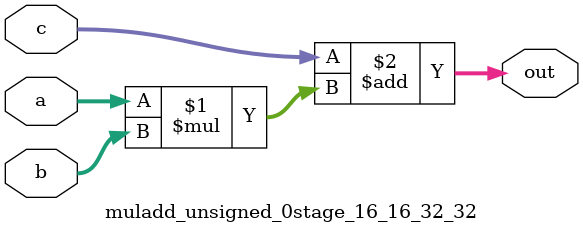
<source format=v>

module muladd_unsigned_0stage_16_16_32_32(
  input [15:0] a, 
  input [15:0] b, 
  input [31:0] c, 
  output [31:0] out);

  assign out = c + a * b;
  
endmodule
</source>
